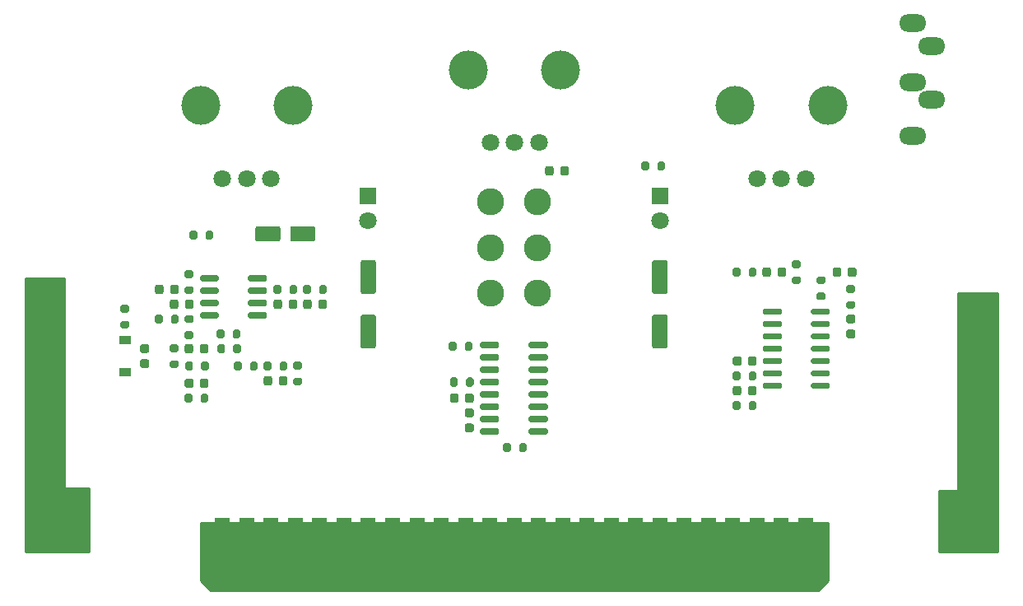
<source format=gbr>
%TF.GenerationSoftware,KiCad,Pcbnew,(5.1.7)-1*%
%TF.CreationDate,2020-11-19T18:07:40-06:00*%
%TF.ProjectId,ConsolePedalPhase,436f6e73-6f6c-4655-9065-64616c506861,rev?*%
%TF.SameCoordinates,Original*%
%TF.FileFunction,Soldermask,Top*%
%TF.FilePolarity,Negative*%
%FSLAX46Y46*%
G04 Gerber Fmt 4.6, Leading zero omitted, Abs format (unit mm)*
G04 Created by KiCad (PCBNEW (5.1.7)-1) date 2020-11-19 18:07:40*
%MOMM*%
%LPD*%
G01*
G04 APERTURE LIST*
%ADD10C,1.800000*%
%ADD11R,1.800000X1.800000*%
%ADD12R,1.500000X7.000000*%
%ADD13R,1.200000X0.900000*%
%ADD14C,4.000000*%
%ADD15C,2.781300*%
%ADD16O,2.800000X1.800000*%
%ADD17C,5.000000*%
%ADD18C,0.254000*%
%ADD19C,0.100000*%
G04 APERTURE END LIST*
%TO.C,R1*%
G36*
G01*
X92435000Y-102279000D02*
X92985000Y-102279000D01*
G75*
G02*
X93185000Y-102479000I0J-200000D01*
G01*
X93185000Y-102879000D01*
G75*
G02*
X92985000Y-103079000I-200000J0D01*
G01*
X92435000Y-103079000D01*
G75*
G02*
X92235000Y-102879000I0J200000D01*
G01*
X92235000Y-102479000D01*
G75*
G02*
X92435000Y-102279000I200000J0D01*
G01*
G37*
G36*
G01*
X92435000Y-100629000D02*
X92985000Y-100629000D01*
G75*
G02*
X93185000Y-100829000I0J-200000D01*
G01*
X93185000Y-101229000D01*
G75*
G02*
X92985000Y-101429000I-200000J0D01*
G01*
X92435000Y-101429000D01*
G75*
G02*
X92235000Y-101229000I0J200000D01*
G01*
X92235000Y-100829000D01*
G75*
G02*
X92435000Y-100629000I200000J0D01*
G01*
G37*
%TD*%
D10*
%TO.C,D2*%
X147750000Y-91948000D03*
D11*
X147750000Y-89408000D03*
%TD*%
%TO.C,R3*%
G36*
G01*
X145841000Y-86635000D02*
X145841000Y-86085000D01*
G75*
G02*
X146041000Y-85885000I200000J0D01*
G01*
X146441000Y-85885000D01*
G75*
G02*
X146641000Y-86085000I0J-200000D01*
G01*
X146641000Y-86635000D01*
G75*
G02*
X146441000Y-86835000I-200000J0D01*
G01*
X146041000Y-86835000D01*
G75*
G02*
X145841000Y-86635000I0J200000D01*
G01*
G37*
G36*
G01*
X147491000Y-86635000D02*
X147491000Y-86085000D01*
G75*
G02*
X147691000Y-85885000I200000J0D01*
G01*
X148091000Y-85885000D01*
G75*
G02*
X148291000Y-86085000I0J-200000D01*
G01*
X148291000Y-86635000D01*
G75*
G02*
X148091000Y-86835000I-200000J0D01*
G01*
X147691000Y-86835000D01*
G75*
G02*
X147491000Y-86635000I0J200000D01*
G01*
G37*
%TD*%
%TO.C,C1*%
G36*
G01*
X99777000Y-100334000D02*
X99777000Y-100834000D01*
G75*
G02*
X99552000Y-101059000I-225000J0D01*
G01*
X99102000Y-101059000D01*
G75*
G02*
X98877000Y-100834000I0J225000D01*
G01*
X98877000Y-100334000D01*
G75*
G02*
X99102000Y-100109000I225000J0D01*
G01*
X99552000Y-100109000D01*
G75*
G02*
X99777000Y-100334000I0J-225000D01*
G01*
G37*
G36*
G01*
X98227000Y-100334000D02*
X98227000Y-100834000D01*
G75*
G02*
X98002000Y-101059000I-225000J0D01*
G01*
X97552000Y-101059000D01*
G75*
G02*
X97327000Y-100834000I0J225000D01*
G01*
X97327000Y-100334000D01*
G75*
G02*
X97552000Y-100109000I225000J0D01*
G01*
X98002000Y-100109000D01*
G75*
G02*
X98227000Y-100334000I0J-225000D01*
G01*
G37*
%TD*%
%TO.C,D1*%
X117750000Y-89408000D03*
D10*
X117750000Y-91948000D03*
%TD*%
D12*
%TO.C,J1*%
X102750000Y-126000000D03*
X105250000Y-126000000D03*
X107750000Y-126000000D03*
X110250000Y-126000000D03*
X112750000Y-126000000D03*
X115250000Y-126000000D03*
X117750000Y-126000000D03*
X120250000Y-126000000D03*
X122750000Y-126000000D03*
X125250000Y-126000000D03*
X127750000Y-126000000D03*
X130250000Y-126000000D03*
X132750000Y-126000000D03*
X135250000Y-126000000D03*
X137750000Y-126000000D03*
X140250000Y-126000000D03*
X142750000Y-126000000D03*
X145250000Y-126000000D03*
X147750000Y-126000000D03*
X150250000Y-126000000D03*
X152750000Y-126000000D03*
X155250000Y-126000000D03*
X157750000Y-126000000D03*
X160250000Y-126000000D03*
X162750000Y-126000000D03*
%TD*%
%TO.C,C2*%
G36*
G01*
X135935000Y-87118000D02*
X135935000Y-86618000D01*
G75*
G02*
X136160000Y-86393000I225000J0D01*
G01*
X136610000Y-86393000D01*
G75*
G02*
X136835000Y-86618000I0J-225000D01*
G01*
X136835000Y-87118000D01*
G75*
G02*
X136610000Y-87343000I-225000J0D01*
G01*
X136160000Y-87343000D01*
G75*
G02*
X135935000Y-87118000I0J225000D01*
G01*
G37*
G36*
G01*
X137485000Y-87118000D02*
X137485000Y-86618000D01*
G75*
G02*
X137710000Y-86393000I225000J0D01*
G01*
X138160000Y-86393000D01*
G75*
G02*
X138385000Y-86618000I0J-225000D01*
G01*
X138385000Y-87118000D01*
G75*
G02*
X138160000Y-87343000I-225000J0D01*
G01*
X137710000Y-87343000D01*
G75*
G02*
X137485000Y-87118000I0J225000D01*
G01*
G37*
%TD*%
%TO.C,C3*%
G36*
G01*
X127056000Y-109986000D02*
X127056000Y-110486000D01*
G75*
G02*
X126831000Y-110711000I-225000J0D01*
G01*
X126381000Y-110711000D01*
G75*
G02*
X126156000Y-110486000I0J225000D01*
G01*
X126156000Y-109986000D01*
G75*
G02*
X126381000Y-109761000I225000J0D01*
G01*
X126831000Y-109761000D01*
G75*
G02*
X127056000Y-109986000I0J-225000D01*
G01*
G37*
G36*
G01*
X128606000Y-109986000D02*
X128606000Y-110486000D01*
G75*
G02*
X128381000Y-110711000I-225000J0D01*
G01*
X127931000Y-110711000D01*
G75*
G02*
X127706000Y-110486000I0J225000D01*
G01*
X127706000Y-109986000D01*
G75*
G02*
X127931000Y-109761000I225000J0D01*
G01*
X128381000Y-109761000D01*
G75*
G02*
X128606000Y-109986000I0J-225000D01*
G01*
G37*
%TD*%
%TO.C,C4*%
G36*
G01*
X95803000Y-99310000D02*
X95803000Y-98810000D01*
G75*
G02*
X96028000Y-98585000I225000J0D01*
G01*
X96478000Y-98585000D01*
G75*
G02*
X96703000Y-98810000I0J-225000D01*
G01*
X96703000Y-99310000D01*
G75*
G02*
X96478000Y-99535000I-225000J0D01*
G01*
X96028000Y-99535000D01*
G75*
G02*
X95803000Y-99310000I0J225000D01*
G01*
G37*
G36*
G01*
X97353000Y-99310000D02*
X97353000Y-98810000D01*
G75*
G02*
X97578000Y-98585000I225000J0D01*
G01*
X98028000Y-98585000D01*
G75*
G02*
X98253000Y-98810000I0J-225000D01*
G01*
X98253000Y-99310000D01*
G75*
G02*
X98028000Y-99535000I-225000J0D01*
G01*
X97578000Y-99535000D01*
G75*
G02*
X97353000Y-99310000I0J225000D01*
G01*
G37*
%TD*%
%TO.C,C6*%
G36*
G01*
X94492000Y-104693000D02*
X94992000Y-104693000D01*
G75*
G02*
X95217000Y-104918000I0J-225000D01*
G01*
X95217000Y-105368000D01*
G75*
G02*
X94992000Y-105593000I-225000J0D01*
G01*
X94492000Y-105593000D01*
G75*
G02*
X94267000Y-105368000I0J225000D01*
G01*
X94267000Y-104918000D01*
G75*
G02*
X94492000Y-104693000I225000J0D01*
G01*
G37*
G36*
G01*
X94492000Y-106243000D02*
X94992000Y-106243000D01*
G75*
G02*
X95217000Y-106468000I0J-225000D01*
G01*
X95217000Y-106918000D01*
G75*
G02*
X94992000Y-107143000I-225000J0D01*
G01*
X94492000Y-107143000D01*
G75*
G02*
X94267000Y-106918000I0J225000D01*
G01*
X94267000Y-106468000D01*
G75*
G02*
X94492000Y-106243000I225000J0D01*
G01*
G37*
%TD*%
%TO.C,C7*%
G36*
G01*
X100401000Y-105406000D02*
X100401000Y-104906000D01*
G75*
G02*
X100626000Y-104681000I225000J0D01*
G01*
X101076000Y-104681000D01*
G75*
G02*
X101301000Y-104906000I0J-225000D01*
G01*
X101301000Y-105406000D01*
G75*
G02*
X101076000Y-105631000I-225000J0D01*
G01*
X100626000Y-105631000D01*
G75*
G02*
X100401000Y-105406000I0J225000D01*
G01*
G37*
G36*
G01*
X98851000Y-105406000D02*
X98851000Y-104906000D01*
G75*
G02*
X99076000Y-104681000I225000J0D01*
G01*
X99526000Y-104681000D01*
G75*
G02*
X99751000Y-104906000I0J-225000D01*
G01*
X99751000Y-105406000D01*
G75*
G02*
X99526000Y-105631000I-225000J0D01*
G01*
X99076000Y-105631000D01*
G75*
G02*
X98851000Y-105406000I0J225000D01*
G01*
G37*
%TD*%
%TO.C,C8*%
G36*
G01*
X106979000Y-108708000D02*
X106979000Y-108208000D01*
G75*
G02*
X107204000Y-107983000I225000J0D01*
G01*
X107654000Y-107983000D01*
G75*
G02*
X107879000Y-108208000I0J-225000D01*
G01*
X107879000Y-108708000D01*
G75*
G02*
X107654000Y-108933000I-225000J0D01*
G01*
X107204000Y-108933000D01*
G75*
G02*
X106979000Y-108708000I0J225000D01*
G01*
G37*
G36*
G01*
X108529000Y-108708000D02*
X108529000Y-108208000D01*
G75*
G02*
X108754000Y-107983000I225000J0D01*
G01*
X109204000Y-107983000D01*
G75*
G02*
X109429000Y-108208000I0J-225000D01*
G01*
X109429000Y-108708000D01*
G75*
G02*
X109204000Y-108933000I-225000J0D01*
G01*
X108754000Y-108933000D01*
G75*
G02*
X108529000Y-108708000I0J225000D01*
G01*
G37*
%TD*%
%TO.C,C9*%
G36*
G01*
X100414000Y-108962000D02*
X100414000Y-108462000D01*
G75*
G02*
X100639000Y-108237000I225000J0D01*
G01*
X101089000Y-108237000D01*
G75*
G02*
X101314000Y-108462000I0J-225000D01*
G01*
X101314000Y-108962000D01*
G75*
G02*
X101089000Y-109187000I-225000J0D01*
G01*
X100639000Y-109187000D01*
G75*
G02*
X100414000Y-108962000I0J225000D01*
G01*
G37*
G36*
G01*
X98864000Y-108962000D02*
X98864000Y-108462000D01*
G75*
G02*
X99089000Y-108237000I225000J0D01*
G01*
X99539000Y-108237000D01*
G75*
G02*
X99764000Y-108462000I0J-225000D01*
G01*
X99764000Y-108962000D01*
G75*
G02*
X99539000Y-109187000I-225000J0D01*
G01*
X99089000Y-109187000D01*
G75*
G02*
X98864000Y-108962000I0J225000D01*
G01*
G37*
%TD*%
%TO.C,C12*%
G36*
G01*
X155239000Y-109724000D02*
X155239000Y-109224000D01*
G75*
G02*
X155464000Y-108999000I225000J0D01*
G01*
X155914000Y-108999000D01*
G75*
G02*
X156139000Y-109224000I0J-225000D01*
G01*
X156139000Y-109724000D01*
G75*
G02*
X155914000Y-109949000I-225000J0D01*
G01*
X155464000Y-109949000D01*
G75*
G02*
X155239000Y-109724000I0J225000D01*
G01*
G37*
G36*
G01*
X156789000Y-109724000D02*
X156789000Y-109224000D01*
G75*
G02*
X157014000Y-108999000I225000J0D01*
G01*
X157464000Y-108999000D01*
G75*
G02*
X157689000Y-109224000I0J-225000D01*
G01*
X157689000Y-109724000D01*
G75*
G02*
X157464000Y-109949000I-225000J0D01*
G01*
X157014000Y-109949000D01*
G75*
G02*
X156789000Y-109724000I0J225000D01*
G01*
G37*
%TD*%
%TO.C,C13*%
G36*
G01*
X156152000Y-106176000D02*
X156152000Y-106676000D01*
G75*
G02*
X155927000Y-106901000I-225000J0D01*
G01*
X155477000Y-106901000D01*
G75*
G02*
X155252000Y-106676000I0J225000D01*
G01*
X155252000Y-106176000D01*
G75*
G02*
X155477000Y-105951000I225000J0D01*
G01*
X155927000Y-105951000D01*
G75*
G02*
X156152000Y-106176000I0J-225000D01*
G01*
G37*
G36*
G01*
X157702000Y-106176000D02*
X157702000Y-106676000D01*
G75*
G02*
X157477000Y-106901000I-225000J0D01*
G01*
X157027000Y-106901000D01*
G75*
G02*
X156802000Y-106676000I0J225000D01*
G01*
X156802000Y-106176000D01*
G75*
G02*
X157027000Y-105951000I225000J0D01*
G01*
X157477000Y-105951000D01*
G75*
G02*
X157702000Y-106176000I0J-225000D01*
G01*
G37*
%TD*%
%TO.C,C14*%
G36*
G01*
X158287000Y-97532000D02*
X158287000Y-97032000D01*
G75*
G02*
X158512000Y-96807000I225000J0D01*
G01*
X158962000Y-96807000D01*
G75*
G02*
X159187000Y-97032000I0J-225000D01*
G01*
X159187000Y-97532000D01*
G75*
G02*
X158962000Y-97757000I-225000J0D01*
G01*
X158512000Y-97757000D01*
G75*
G02*
X158287000Y-97532000I0J225000D01*
G01*
G37*
G36*
G01*
X159837000Y-97532000D02*
X159837000Y-97032000D01*
G75*
G02*
X160062000Y-96807000I225000J0D01*
G01*
X160512000Y-96807000D01*
G75*
G02*
X160737000Y-97032000I0J-225000D01*
G01*
X160737000Y-97532000D01*
G75*
G02*
X160512000Y-97757000I-225000J0D01*
G01*
X160062000Y-97757000D01*
G75*
G02*
X159837000Y-97532000I0J225000D01*
G01*
G37*
%TD*%
%TO.C,C15*%
G36*
G01*
X107995000Y-100834000D02*
X107995000Y-100334000D01*
G75*
G02*
X108220000Y-100109000I225000J0D01*
G01*
X108670000Y-100109000D01*
G75*
G02*
X108895000Y-100334000I0J-225000D01*
G01*
X108895000Y-100834000D01*
G75*
G02*
X108670000Y-101059000I-225000J0D01*
G01*
X108220000Y-101059000D01*
G75*
G02*
X107995000Y-100834000I0J225000D01*
G01*
G37*
G36*
G01*
X109545000Y-100834000D02*
X109545000Y-100334000D01*
G75*
G02*
X109770000Y-100109000I225000J0D01*
G01*
X110220000Y-100109000D01*
G75*
G02*
X110445000Y-100334000I0J-225000D01*
G01*
X110445000Y-100834000D01*
G75*
G02*
X110220000Y-101059000I-225000J0D01*
G01*
X109770000Y-101059000D01*
G75*
G02*
X109545000Y-100834000I0J225000D01*
G01*
G37*
%TD*%
%TO.C,C16*%
G36*
G01*
X111043000Y-100834000D02*
X111043000Y-100334000D01*
G75*
G02*
X111268000Y-100109000I225000J0D01*
G01*
X111718000Y-100109000D01*
G75*
G02*
X111943000Y-100334000I0J-225000D01*
G01*
X111943000Y-100834000D01*
G75*
G02*
X111718000Y-101059000I-225000J0D01*
G01*
X111268000Y-101059000D01*
G75*
G02*
X111043000Y-100834000I0J225000D01*
G01*
G37*
G36*
G01*
X112593000Y-100834000D02*
X112593000Y-100334000D01*
G75*
G02*
X112818000Y-100109000I225000J0D01*
G01*
X113268000Y-100109000D01*
G75*
G02*
X113493000Y-100334000I0J-225000D01*
G01*
X113493000Y-100834000D01*
G75*
G02*
X113268000Y-101059000I-225000J0D01*
G01*
X112818000Y-101059000D01*
G75*
G02*
X112593000Y-100834000I0J225000D01*
G01*
G37*
%TD*%
%TO.C,C17*%
G36*
G01*
X166426000Y-97032000D02*
X166426000Y-97532000D01*
G75*
G02*
X166201000Y-97757000I-225000J0D01*
G01*
X165751000Y-97757000D01*
G75*
G02*
X165526000Y-97532000I0J225000D01*
G01*
X165526000Y-97032000D01*
G75*
G02*
X165751000Y-96807000I225000J0D01*
G01*
X166201000Y-96807000D01*
G75*
G02*
X166426000Y-97032000I0J-225000D01*
G01*
G37*
G36*
G01*
X167976000Y-97032000D02*
X167976000Y-97532000D01*
G75*
G02*
X167751000Y-97757000I-225000J0D01*
G01*
X167301000Y-97757000D01*
G75*
G02*
X167076000Y-97532000I0J225000D01*
G01*
X167076000Y-97032000D01*
G75*
G02*
X167301000Y-96807000I225000J0D01*
G01*
X167751000Y-96807000D01*
G75*
G02*
X167976000Y-97032000I0J-225000D01*
G01*
G37*
%TD*%
%TO.C,C18*%
G36*
G01*
X128393000Y-112197000D02*
X127893000Y-112197000D01*
G75*
G02*
X127668000Y-111972000I0J225000D01*
G01*
X127668000Y-111522000D01*
G75*
G02*
X127893000Y-111297000I225000J0D01*
G01*
X128393000Y-111297000D01*
G75*
G02*
X128618000Y-111522000I0J-225000D01*
G01*
X128618000Y-111972000D01*
G75*
G02*
X128393000Y-112197000I-225000J0D01*
G01*
G37*
G36*
G01*
X128393000Y-113747000D02*
X127893000Y-113747000D01*
G75*
G02*
X127668000Y-113522000I0J225000D01*
G01*
X127668000Y-113072000D01*
G75*
G02*
X127893000Y-112847000I225000J0D01*
G01*
X128393000Y-112847000D01*
G75*
G02*
X128618000Y-113072000I0J-225000D01*
G01*
X128618000Y-113522000D01*
G75*
G02*
X128393000Y-113747000I-225000J0D01*
G01*
G37*
%TD*%
%TO.C,C19*%
G36*
G01*
X167636000Y-102545000D02*
X167136000Y-102545000D01*
G75*
G02*
X166911000Y-102320000I0J225000D01*
G01*
X166911000Y-101870000D01*
G75*
G02*
X167136000Y-101645000I225000J0D01*
G01*
X167636000Y-101645000D01*
G75*
G02*
X167861000Y-101870000I0J-225000D01*
G01*
X167861000Y-102320000D01*
G75*
G02*
X167636000Y-102545000I-225000J0D01*
G01*
G37*
G36*
G01*
X167636000Y-104095000D02*
X167136000Y-104095000D01*
G75*
G02*
X166911000Y-103870000I0J225000D01*
G01*
X166911000Y-103420000D01*
G75*
G02*
X167136000Y-103195000I225000J0D01*
G01*
X167636000Y-103195000D01*
G75*
G02*
X167861000Y-103420000I0J-225000D01*
G01*
X167861000Y-103870000D01*
G75*
G02*
X167636000Y-104095000I-225000J0D01*
G01*
G37*
%TD*%
D13*
%TO.C,D3*%
X92710000Y-107568000D03*
X92710000Y-104268000D03*
%TD*%
%TO.C,R2*%
G36*
G01*
X99039000Y-101708000D02*
X99589000Y-101708000D01*
G75*
G02*
X99789000Y-101908000I0J-200000D01*
G01*
X99789000Y-102308000D01*
G75*
G02*
X99589000Y-102508000I-200000J0D01*
G01*
X99039000Y-102508000D01*
G75*
G02*
X98839000Y-102308000I0J200000D01*
G01*
X98839000Y-101908000D01*
G75*
G02*
X99039000Y-101708000I200000J0D01*
G01*
G37*
G36*
G01*
X99039000Y-103358000D02*
X99589000Y-103358000D01*
G75*
G02*
X99789000Y-103558000I0J-200000D01*
G01*
X99789000Y-103958000D01*
G75*
G02*
X99589000Y-104158000I-200000J0D01*
G01*
X99039000Y-104158000D01*
G75*
G02*
X98839000Y-103958000I0J200000D01*
G01*
X98839000Y-103558000D01*
G75*
G02*
X99039000Y-103358000I200000J0D01*
G01*
G37*
%TD*%
%TO.C,R4*%
G36*
G01*
X127806000Y-108860000D02*
X127806000Y-108310000D01*
G75*
G02*
X128006000Y-108110000I200000J0D01*
G01*
X128406000Y-108110000D01*
G75*
G02*
X128606000Y-108310000I0J-200000D01*
G01*
X128606000Y-108860000D01*
G75*
G02*
X128406000Y-109060000I-200000J0D01*
G01*
X128006000Y-109060000D01*
G75*
G02*
X127806000Y-108860000I0J200000D01*
G01*
G37*
G36*
G01*
X126156000Y-108860000D02*
X126156000Y-108310000D01*
G75*
G02*
X126356000Y-108110000I200000J0D01*
G01*
X126756000Y-108110000D01*
G75*
G02*
X126956000Y-108310000I0J-200000D01*
G01*
X126956000Y-108860000D01*
G75*
G02*
X126756000Y-109060000I-200000J0D01*
G01*
X126356000Y-109060000D01*
G75*
G02*
X126156000Y-108860000I0J200000D01*
G01*
G37*
%TD*%
%TO.C,R5*%
G36*
G01*
X127679000Y-105177000D02*
X127679000Y-104627000D01*
G75*
G02*
X127879000Y-104427000I200000J0D01*
G01*
X128279000Y-104427000D01*
G75*
G02*
X128479000Y-104627000I0J-200000D01*
G01*
X128479000Y-105177000D01*
G75*
G02*
X128279000Y-105377000I-200000J0D01*
G01*
X127879000Y-105377000D01*
G75*
G02*
X127679000Y-105177000I0J200000D01*
G01*
G37*
G36*
G01*
X126029000Y-105177000D02*
X126029000Y-104627000D01*
G75*
G02*
X126229000Y-104427000I200000J0D01*
G01*
X126629000Y-104427000D01*
G75*
G02*
X126829000Y-104627000I0J-200000D01*
G01*
X126829000Y-105177000D01*
G75*
G02*
X126629000Y-105377000I-200000J0D01*
G01*
X126229000Y-105377000D01*
G75*
G02*
X126029000Y-105177000I0J200000D01*
G01*
G37*
%TD*%
%TO.C,R6*%
G36*
G01*
X104731000Y-106659000D02*
X104731000Y-107209000D01*
G75*
G02*
X104531000Y-107409000I-200000J0D01*
G01*
X104131000Y-107409000D01*
G75*
G02*
X103931000Y-107209000I0J200000D01*
G01*
X103931000Y-106659000D01*
G75*
G02*
X104131000Y-106459000I200000J0D01*
G01*
X104531000Y-106459000D01*
G75*
G02*
X104731000Y-106659000I0J-200000D01*
G01*
G37*
G36*
G01*
X106381000Y-106659000D02*
X106381000Y-107209000D01*
G75*
G02*
X106181000Y-107409000I-200000J0D01*
G01*
X105781000Y-107409000D01*
G75*
G02*
X105581000Y-107209000I0J200000D01*
G01*
X105581000Y-106659000D01*
G75*
G02*
X105781000Y-106459000I200000J0D01*
G01*
X106181000Y-106459000D01*
G75*
G02*
X106381000Y-106659000I0J-200000D01*
G01*
G37*
%TD*%
%TO.C,R7*%
G36*
G01*
X98914000Y-107209000D02*
X98914000Y-106659000D01*
G75*
G02*
X99114000Y-106459000I200000J0D01*
G01*
X99514000Y-106459000D01*
G75*
G02*
X99714000Y-106659000I0J-200000D01*
G01*
X99714000Y-107209000D01*
G75*
G02*
X99514000Y-107409000I-200000J0D01*
G01*
X99114000Y-107409000D01*
G75*
G02*
X98914000Y-107209000I0J200000D01*
G01*
G37*
G36*
G01*
X100564000Y-107209000D02*
X100564000Y-106659000D01*
G75*
G02*
X100764000Y-106459000I200000J0D01*
G01*
X101164000Y-106459000D01*
G75*
G02*
X101364000Y-106659000I0J-200000D01*
G01*
X101364000Y-107209000D01*
G75*
G02*
X101164000Y-107409000I-200000J0D01*
G01*
X100764000Y-107409000D01*
G75*
G02*
X100564000Y-107209000I0J200000D01*
G01*
G37*
%TD*%
%TO.C,R8*%
G36*
G01*
X102153000Y-103907000D02*
X102153000Y-103357000D01*
G75*
G02*
X102353000Y-103157000I200000J0D01*
G01*
X102753000Y-103157000D01*
G75*
G02*
X102953000Y-103357000I0J-200000D01*
G01*
X102953000Y-103907000D01*
G75*
G02*
X102753000Y-104107000I-200000J0D01*
G01*
X102353000Y-104107000D01*
G75*
G02*
X102153000Y-103907000I0J200000D01*
G01*
G37*
G36*
G01*
X103803000Y-103907000D02*
X103803000Y-103357000D01*
G75*
G02*
X104003000Y-103157000I200000J0D01*
G01*
X104403000Y-103157000D01*
G75*
G02*
X104603000Y-103357000I0J-200000D01*
G01*
X104603000Y-103907000D01*
G75*
G02*
X104403000Y-104107000I-200000J0D01*
G01*
X104003000Y-104107000D01*
G75*
G02*
X103803000Y-103907000I0J200000D01*
G01*
G37*
%TD*%
%TO.C,R9*%
G36*
G01*
X102216000Y-105431000D02*
X102216000Y-104881000D01*
G75*
G02*
X102416000Y-104681000I200000J0D01*
G01*
X102816000Y-104681000D01*
G75*
G02*
X103016000Y-104881000I0J-200000D01*
G01*
X103016000Y-105431000D01*
G75*
G02*
X102816000Y-105631000I-200000J0D01*
G01*
X102416000Y-105631000D01*
G75*
G02*
X102216000Y-105431000I0J200000D01*
G01*
G37*
G36*
G01*
X103866000Y-105431000D02*
X103866000Y-104881000D01*
G75*
G02*
X104066000Y-104681000I200000J0D01*
G01*
X104466000Y-104681000D01*
G75*
G02*
X104666000Y-104881000I0J-200000D01*
G01*
X104666000Y-105431000D01*
G75*
G02*
X104466000Y-105631000I-200000J0D01*
G01*
X104066000Y-105631000D01*
G75*
G02*
X103866000Y-105431000I0J200000D01*
G01*
G37*
%TD*%
%TO.C,R10*%
G36*
G01*
X108629000Y-107209000D02*
X108629000Y-106659000D01*
G75*
G02*
X108829000Y-106459000I200000J0D01*
G01*
X109229000Y-106459000D01*
G75*
G02*
X109429000Y-106659000I0J-200000D01*
G01*
X109429000Y-107209000D01*
G75*
G02*
X109229000Y-107409000I-200000J0D01*
G01*
X108829000Y-107409000D01*
G75*
G02*
X108629000Y-107209000I0J200000D01*
G01*
G37*
G36*
G01*
X106979000Y-107209000D02*
X106979000Y-106659000D01*
G75*
G02*
X107179000Y-106459000I200000J0D01*
G01*
X107579000Y-106459000D01*
G75*
G02*
X107779000Y-106659000I0J-200000D01*
G01*
X107779000Y-107209000D01*
G75*
G02*
X107579000Y-107409000I-200000J0D01*
G01*
X107179000Y-107409000D01*
G75*
G02*
X106979000Y-107209000I0J200000D01*
G01*
G37*
%TD*%
%TO.C,R11*%
G36*
G01*
X98065000Y-105493000D02*
X97515000Y-105493000D01*
G75*
G02*
X97315000Y-105293000I0J200000D01*
G01*
X97315000Y-104893000D01*
G75*
G02*
X97515000Y-104693000I200000J0D01*
G01*
X98065000Y-104693000D01*
G75*
G02*
X98265000Y-104893000I0J-200000D01*
G01*
X98265000Y-105293000D01*
G75*
G02*
X98065000Y-105493000I-200000J0D01*
G01*
G37*
G36*
G01*
X98065000Y-107143000D02*
X97515000Y-107143000D01*
G75*
G02*
X97315000Y-106943000I0J200000D01*
G01*
X97315000Y-106543000D01*
G75*
G02*
X97515000Y-106343000I200000J0D01*
G01*
X98065000Y-106343000D01*
G75*
G02*
X98265000Y-106543000I0J-200000D01*
G01*
X98265000Y-106943000D01*
G75*
G02*
X98065000Y-107143000I-200000J0D01*
G01*
G37*
%TD*%
%TO.C,R12*%
G36*
G01*
X96603000Y-101833000D02*
X96603000Y-102383000D01*
G75*
G02*
X96403000Y-102583000I-200000J0D01*
G01*
X96003000Y-102583000D01*
G75*
G02*
X95803000Y-102383000I0J200000D01*
G01*
X95803000Y-101833000D01*
G75*
G02*
X96003000Y-101633000I200000J0D01*
G01*
X96403000Y-101633000D01*
G75*
G02*
X96603000Y-101833000I0J-200000D01*
G01*
G37*
G36*
G01*
X98253000Y-101833000D02*
X98253000Y-102383000D01*
G75*
G02*
X98053000Y-102583000I-200000J0D01*
G01*
X97653000Y-102583000D01*
G75*
G02*
X97453000Y-102383000I0J200000D01*
G01*
X97453000Y-101833000D01*
G75*
G02*
X97653000Y-101633000I200000J0D01*
G01*
X98053000Y-101633000D01*
G75*
G02*
X98253000Y-101833000I0J-200000D01*
G01*
G37*
%TD*%
%TO.C,R13*%
G36*
G01*
X110765000Y-108921000D02*
X110215000Y-108921000D01*
G75*
G02*
X110015000Y-108721000I0J200000D01*
G01*
X110015000Y-108321000D01*
G75*
G02*
X110215000Y-108121000I200000J0D01*
G01*
X110765000Y-108121000D01*
G75*
G02*
X110965000Y-108321000I0J-200000D01*
G01*
X110965000Y-108721000D01*
G75*
G02*
X110765000Y-108921000I-200000J0D01*
G01*
G37*
G36*
G01*
X110765000Y-107271000D02*
X110215000Y-107271000D01*
G75*
G02*
X110015000Y-107071000I0J200000D01*
G01*
X110015000Y-106671000D01*
G75*
G02*
X110215000Y-106471000I200000J0D01*
G01*
X110765000Y-106471000D01*
G75*
G02*
X110965000Y-106671000I0J-200000D01*
G01*
X110965000Y-107071000D01*
G75*
G02*
X110765000Y-107271000I-200000J0D01*
G01*
G37*
%TD*%
%TO.C,R14*%
G36*
G01*
X99651000Y-109961000D02*
X99651000Y-110511000D01*
G75*
G02*
X99451000Y-110711000I-200000J0D01*
G01*
X99051000Y-110711000D01*
G75*
G02*
X98851000Y-110511000I0J200000D01*
G01*
X98851000Y-109961000D01*
G75*
G02*
X99051000Y-109761000I200000J0D01*
G01*
X99451000Y-109761000D01*
G75*
G02*
X99651000Y-109961000I0J-200000D01*
G01*
G37*
G36*
G01*
X101301000Y-109961000D02*
X101301000Y-110511000D01*
G75*
G02*
X101101000Y-110711000I-200000J0D01*
G01*
X100701000Y-110711000D01*
G75*
G02*
X100501000Y-110511000I0J200000D01*
G01*
X100501000Y-109961000D01*
G75*
G02*
X100701000Y-109761000I200000J0D01*
G01*
X101101000Y-109761000D01*
G75*
G02*
X101301000Y-109961000I0J-200000D01*
G01*
G37*
%TD*%
%TO.C,R15*%
G36*
G01*
X155239000Y-111273000D02*
X155239000Y-110723000D01*
G75*
G02*
X155439000Y-110523000I200000J0D01*
G01*
X155839000Y-110523000D01*
G75*
G02*
X156039000Y-110723000I0J-200000D01*
G01*
X156039000Y-111273000D01*
G75*
G02*
X155839000Y-111473000I-200000J0D01*
G01*
X155439000Y-111473000D01*
G75*
G02*
X155239000Y-111273000I0J200000D01*
G01*
G37*
G36*
G01*
X156889000Y-111273000D02*
X156889000Y-110723000D01*
G75*
G02*
X157089000Y-110523000I200000J0D01*
G01*
X157489000Y-110523000D01*
G75*
G02*
X157689000Y-110723000I0J-200000D01*
G01*
X157689000Y-111273000D01*
G75*
G02*
X157489000Y-111473000I-200000J0D01*
G01*
X157089000Y-111473000D01*
G75*
G02*
X156889000Y-111273000I0J200000D01*
G01*
G37*
%TD*%
%TO.C,R16*%
G36*
G01*
X157689000Y-107675000D02*
X157689000Y-108225000D01*
G75*
G02*
X157489000Y-108425000I-200000J0D01*
G01*
X157089000Y-108425000D01*
G75*
G02*
X156889000Y-108225000I0J200000D01*
G01*
X156889000Y-107675000D01*
G75*
G02*
X157089000Y-107475000I200000J0D01*
G01*
X157489000Y-107475000D01*
G75*
G02*
X157689000Y-107675000I0J-200000D01*
G01*
G37*
G36*
G01*
X156039000Y-107675000D02*
X156039000Y-108225000D01*
G75*
G02*
X155839000Y-108425000I-200000J0D01*
G01*
X155439000Y-108425000D01*
G75*
G02*
X155239000Y-108225000I0J200000D01*
G01*
X155239000Y-107675000D01*
G75*
G02*
X155439000Y-107475000I200000J0D01*
G01*
X155839000Y-107475000D01*
G75*
G02*
X156039000Y-107675000I0J-200000D01*
G01*
G37*
%TD*%
%TO.C,R17*%
G36*
G01*
X99039000Y-97073000D02*
X99589000Y-97073000D01*
G75*
G02*
X99789000Y-97273000I0J-200000D01*
G01*
X99789000Y-97673000D01*
G75*
G02*
X99589000Y-97873000I-200000J0D01*
G01*
X99039000Y-97873000D01*
G75*
G02*
X98839000Y-97673000I0J200000D01*
G01*
X98839000Y-97273000D01*
G75*
G02*
X99039000Y-97073000I200000J0D01*
G01*
G37*
G36*
G01*
X99039000Y-98723000D02*
X99589000Y-98723000D01*
G75*
G02*
X99789000Y-98923000I0J-200000D01*
G01*
X99789000Y-99323000D01*
G75*
G02*
X99589000Y-99523000I-200000J0D01*
G01*
X99039000Y-99523000D01*
G75*
G02*
X98839000Y-99323000I0J200000D01*
G01*
X98839000Y-98923000D01*
G75*
G02*
X99039000Y-98723000I200000J0D01*
G01*
G37*
%TD*%
%TO.C,R18*%
G36*
G01*
X101809000Y-93197000D02*
X101809000Y-93747000D01*
G75*
G02*
X101609000Y-93947000I-200000J0D01*
G01*
X101209000Y-93947000D01*
G75*
G02*
X101009000Y-93747000I0J200000D01*
G01*
X101009000Y-93197000D01*
G75*
G02*
X101209000Y-92997000I200000J0D01*
G01*
X101609000Y-92997000D01*
G75*
G02*
X101809000Y-93197000I0J-200000D01*
G01*
G37*
G36*
G01*
X100159000Y-93197000D02*
X100159000Y-93747000D01*
G75*
G02*
X99959000Y-93947000I-200000J0D01*
G01*
X99559000Y-93947000D01*
G75*
G02*
X99359000Y-93747000I0J200000D01*
G01*
X99359000Y-93197000D01*
G75*
G02*
X99559000Y-92997000I200000J0D01*
G01*
X99959000Y-92997000D01*
G75*
G02*
X100159000Y-93197000I0J-200000D01*
G01*
G37*
%TD*%
%TO.C,R19*%
G36*
G01*
X161523000Y-96057000D02*
X162073000Y-96057000D01*
G75*
G02*
X162273000Y-96257000I0J-200000D01*
G01*
X162273000Y-96657000D01*
G75*
G02*
X162073000Y-96857000I-200000J0D01*
G01*
X161523000Y-96857000D01*
G75*
G02*
X161323000Y-96657000I0J200000D01*
G01*
X161323000Y-96257000D01*
G75*
G02*
X161523000Y-96057000I200000J0D01*
G01*
G37*
G36*
G01*
X161523000Y-97707000D02*
X162073000Y-97707000D01*
G75*
G02*
X162273000Y-97907000I0J-200000D01*
G01*
X162273000Y-98307000D01*
G75*
G02*
X162073000Y-98507000I-200000J0D01*
G01*
X161523000Y-98507000D01*
G75*
G02*
X161323000Y-98307000I0J200000D01*
G01*
X161323000Y-97907000D01*
G75*
G02*
X161523000Y-97707000I200000J0D01*
G01*
G37*
%TD*%
%TO.C,R20*%
G36*
G01*
X109645000Y-99335000D02*
X109645000Y-98785000D01*
G75*
G02*
X109845000Y-98585000I200000J0D01*
G01*
X110245000Y-98585000D01*
G75*
G02*
X110445000Y-98785000I0J-200000D01*
G01*
X110445000Y-99335000D01*
G75*
G02*
X110245000Y-99535000I-200000J0D01*
G01*
X109845000Y-99535000D01*
G75*
G02*
X109645000Y-99335000I0J200000D01*
G01*
G37*
G36*
G01*
X107995000Y-99335000D02*
X107995000Y-98785000D01*
G75*
G02*
X108195000Y-98585000I200000J0D01*
G01*
X108595000Y-98585000D01*
G75*
G02*
X108795000Y-98785000I0J-200000D01*
G01*
X108795000Y-99335000D01*
G75*
G02*
X108595000Y-99535000I-200000J0D01*
G01*
X108195000Y-99535000D01*
G75*
G02*
X107995000Y-99335000I0J200000D01*
G01*
G37*
%TD*%
%TO.C,R21*%
G36*
G01*
X155239000Y-97557000D02*
X155239000Y-97007000D01*
G75*
G02*
X155439000Y-96807000I200000J0D01*
G01*
X155839000Y-96807000D01*
G75*
G02*
X156039000Y-97007000I0J-200000D01*
G01*
X156039000Y-97557000D01*
G75*
G02*
X155839000Y-97757000I-200000J0D01*
G01*
X155439000Y-97757000D01*
G75*
G02*
X155239000Y-97557000I0J200000D01*
G01*
G37*
G36*
G01*
X156889000Y-97557000D02*
X156889000Y-97007000D01*
G75*
G02*
X157089000Y-96807000I200000J0D01*
G01*
X157489000Y-96807000D01*
G75*
G02*
X157689000Y-97007000I0J-200000D01*
G01*
X157689000Y-97557000D01*
G75*
G02*
X157489000Y-97757000I-200000J0D01*
G01*
X157089000Y-97757000D01*
G75*
G02*
X156889000Y-97557000I0J200000D01*
G01*
G37*
%TD*%
%TO.C,R22*%
G36*
G01*
X164063000Y-99358000D02*
X164613000Y-99358000D01*
G75*
G02*
X164813000Y-99558000I0J-200000D01*
G01*
X164813000Y-99958000D01*
G75*
G02*
X164613000Y-100158000I-200000J0D01*
G01*
X164063000Y-100158000D01*
G75*
G02*
X163863000Y-99958000I0J200000D01*
G01*
X163863000Y-99558000D01*
G75*
G02*
X164063000Y-99358000I200000J0D01*
G01*
G37*
G36*
G01*
X164063000Y-97708000D02*
X164613000Y-97708000D01*
G75*
G02*
X164813000Y-97908000I0J-200000D01*
G01*
X164813000Y-98308000D01*
G75*
G02*
X164613000Y-98508000I-200000J0D01*
G01*
X164063000Y-98508000D01*
G75*
G02*
X163863000Y-98308000I0J200000D01*
G01*
X163863000Y-97908000D01*
G75*
G02*
X164063000Y-97708000I200000J0D01*
G01*
G37*
%TD*%
%TO.C,R23*%
G36*
G01*
X113493000Y-98785000D02*
X113493000Y-99335000D01*
G75*
G02*
X113293000Y-99535000I-200000J0D01*
G01*
X112893000Y-99535000D01*
G75*
G02*
X112693000Y-99335000I0J200000D01*
G01*
X112693000Y-98785000D01*
G75*
G02*
X112893000Y-98585000I200000J0D01*
G01*
X113293000Y-98585000D01*
G75*
G02*
X113493000Y-98785000I0J-200000D01*
G01*
G37*
G36*
G01*
X111843000Y-98785000D02*
X111843000Y-99335000D01*
G75*
G02*
X111643000Y-99535000I-200000J0D01*
G01*
X111243000Y-99535000D01*
G75*
G02*
X111043000Y-99335000I0J200000D01*
G01*
X111043000Y-98785000D01*
G75*
G02*
X111243000Y-98585000I200000J0D01*
G01*
X111643000Y-98585000D01*
G75*
G02*
X111843000Y-98785000I0J-200000D01*
G01*
G37*
%TD*%
%TO.C,R24*%
G36*
G01*
X133267000Y-115591000D02*
X133267000Y-115041000D01*
G75*
G02*
X133467000Y-114841000I200000J0D01*
G01*
X133867000Y-114841000D01*
G75*
G02*
X134067000Y-115041000I0J-200000D01*
G01*
X134067000Y-115591000D01*
G75*
G02*
X133867000Y-115791000I-200000J0D01*
G01*
X133467000Y-115791000D01*
G75*
G02*
X133267000Y-115591000I0J200000D01*
G01*
G37*
G36*
G01*
X131617000Y-115591000D02*
X131617000Y-115041000D01*
G75*
G02*
X131817000Y-114841000I200000J0D01*
G01*
X132217000Y-114841000D01*
G75*
G02*
X132417000Y-115041000I0J-200000D01*
G01*
X132417000Y-115591000D01*
G75*
G02*
X132217000Y-115791000I-200000J0D01*
G01*
X131817000Y-115791000D01*
G75*
G02*
X131617000Y-115591000I0J200000D01*
G01*
G37*
%TD*%
%TO.C,R25*%
G36*
G01*
X167661000Y-99397000D02*
X167111000Y-99397000D01*
G75*
G02*
X166911000Y-99197000I0J200000D01*
G01*
X166911000Y-98797000D01*
G75*
G02*
X167111000Y-98597000I200000J0D01*
G01*
X167661000Y-98597000D01*
G75*
G02*
X167861000Y-98797000I0J-200000D01*
G01*
X167861000Y-99197000D01*
G75*
G02*
X167661000Y-99397000I-200000J0D01*
G01*
G37*
G36*
G01*
X167661000Y-101047000D02*
X167111000Y-101047000D01*
G75*
G02*
X166911000Y-100847000I0J200000D01*
G01*
X166911000Y-100447000D01*
G75*
G02*
X167111000Y-100247000I200000J0D01*
G01*
X167661000Y-100247000D01*
G75*
G02*
X167861000Y-100447000I0J-200000D01*
G01*
X167861000Y-100847000D01*
G75*
G02*
X167661000Y-101047000I-200000J0D01*
G01*
G37*
%TD*%
D10*
%TO.C,RV1*%
X130290000Y-83954000D03*
X132790000Y-83954000D03*
X135290000Y-83954000D03*
D14*
X128040000Y-76454000D03*
X137540000Y-76454000D03*
%TD*%
D10*
%TO.C,RV2*%
X102750000Y-87630000D03*
X105250000Y-87630000D03*
X107750000Y-87630000D03*
D14*
X100500000Y-80130000D03*
X110000000Y-80130000D03*
%TD*%
%TO.C,RV3*%
X165000000Y-80130000D03*
X155500000Y-80130000D03*
D10*
X162750000Y-87630000D03*
X160250000Y-87630000D03*
X157750000Y-87630000D03*
%TD*%
D15*
%TO.C,SW1*%
X135163000Y-94742000D03*
X130337000Y-94742000D03*
X135163000Y-99441000D03*
X135163000Y-90043000D03*
X130337000Y-99441000D03*
X130337000Y-90043000D03*
%TD*%
%TO.C,U1*%
G36*
G01*
X100436000Y-98067000D02*
X100436000Y-97767000D01*
G75*
G02*
X100586000Y-97617000I150000J0D01*
G01*
X102236000Y-97617000D01*
G75*
G02*
X102386000Y-97767000I0J-150000D01*
G01*
X102386000Y-98067000D01*
G75*
G02*
X102236000Y-98217000I-150000J0D01*
G01*
X100586000Y-98217000D01*
G75*
G02*
X100436000Y-98067000I0J150000D01*
G01*
G37*
G36*
G01*
X100436000Y-99337000D02*
X100436000Y-99037000D01*
G75*
G02*
X100586000Y-98887000I150000J0D01*
G01*
X102236000Y-98887000D01*
G75*
G02*
X102386000Y-99037000I0J-150000D01*
G01*
X102386000Y-99337000D01*
G75*
G02*
X102236000Y-99487000I-150000J0D01*
G01*
X100586000Y-99487000D01*
G75*
G02*
X100436000Y-99337000I0J150000D01*
G01*
G37*
G36*
G01*
X100436000Y-100607000D02*
X100436000Y-100307000D01*
G75*
G02*
X100586000Y-100157000I150000J0D01*
G01*
X102236000Y-100157000D01*
G75*
G02*
X102386000Y-100307000I0J-150000D01*
G01*
X102386000Y-100607000D01*
G75*
G02*
X102236000Y-100757000I-150000J0D01*
G01*
X100586000Y-100757000D01*
G75*
G02*
X100436000Y-100607000I0J150000D01*
G01*
G37*
G36*
G01*
X100436000Y-101877000D02*
X100436000Y-101577000D01*
G75*
G02*
X100586000Y-101427000I150000J0D01*
G01*
X102236000Y-101427000D01*
G75*
G02*
X102386000Y-101577000I0J-150000D01*
G01*
X102386000Y-101877000D01*
G75*
G02*
X102236000Y-102027000I-150000J0D01*
G01*
X100586000Y-102027000D01*
G75*
G02*
X100436000Y-101877000I0J150000D01*
G01*
G37*
G36*
G01*
X105386000Y-101877000D02*
X105386000Y-101577000D01*
G75*
G02*
X105536000Y-101427000I150000J0D01*
G01*
X107186000Y-101427000D01*
G75*
G02*
X107336000Y-101577000I0J-150000D01*
G01*
X107336000Y-101877000D01*
G75*
G02*
X107186000Y-102027000I-150000J0D01*
G01*
X105536000Y-102027000D01*
G75*
G02*
X105386000Y-101877000I0J150000D01*
G01*
G37*
G36*
G01*
X105386000Y-100607000D02*
X105386000Y-100307000D01*
G75*
G02*
X105536000Y-100157000I150000J0D01*
G01*
X107186000Y-100157000D01*
G75*
G02*
X107336000Y-100307000I0J-150000D01*
G01*
X107336000Y-100607000D01*
G75*
G02*
X107186000Y-100757000I-150000J0D01*
G01*
X105536000Y-100757000D01*
G75*
G02*
X105386000Y-100607000I0J150000D01*
G01*
G37*
G36*
G01*
X105386000Y-99337000D02*
X105386000Y-99037000D01*
G75*
G02*
X105536000Y-98887000I150000J0D01*
G01*
X107186000Y-98887000D01*
G75*
G02*
X107336000Y-99037000I0J-150000D01*
G01*
X107336000Y-99337000D01*
G75*
G02*
X107186000Y-99487000I-150000J0D01*
G01*
X105536000Y-99487000D01*
G75*
G02*
X105386000Y-99337000I0J150000D01*
G01*
G37*
G36*
G01*
X105386000Y-98067000D02*
X105386000Y-97767000D01*
G75*
G02*
X105536000Y-97617000I150000J0D01*
G01*
X107186000Y-97617000D01*
G75*
G02*
X107336000Y-97767000I0J-150000D01*
G01*
X107336000Y-98067000D01*
G75*
G02*
X107186000Y-98217000I-150000J0D01*
G01*
X105536000Y-98217000D01*
G75*
G02*
X105386000Y-98067000I0J150000D01*
G01*
G37*
%TD*%
%TO.C,U2*%
G36*
G01*
X158348000Y-101496000D02*
X158348000Y-101196000D01*
G75*
G02*
X158498000Y-101046000I150000J0D01*
G01*
X160148000Y-101046000D01*
G75*
G02*
X160298000Y-101196000I0J-150000D01*
G01*
X160298000Y-101496000D01*
G75*
G02*
X160148000Y-101646000I-150000J0D01*
G01*
X158498000Y-101646000D01*
G75*
G02*
X158348000Y-101496000I0J150000D01*
G01*
G37*
G36*
G01*
X158348000Y-102766000D02*
X158348000Y-102466000D01*
G75*
G02*
X158498000Y-102316000I150000J0D01*
G01*
X160148000Y-102316000D01*
G75*
G02*
X160298000Y-102466000I0J-150000D01*
G01*
X160298000Y-102766000D01*
G75*
G02*
X160148000Y-102916000I-150000J0D01*
G01*
X158498000Y-102916000D01*
G75*
G02*
X158348000Y-102766000I0J150000D01*
G01*
G37*
G36*
G01*
X158348000Y-104036000D02*
X158348000Y-103736000D01*
G75*
G02*
X158498000Y-103586000I150000J0D01*
G01*
X160148000Y-103586000D01*
G75*
G02*
X160298000Y-103736000I0J-150000D01*
G01*
X160298000Y-104036000D01*
G75*
G02*
X160148000Y-104186000I-150000J0D01*
G01*
X158498000Y-104186000D01*
G75*
G02*
X158348000Y-104036000I0J150000D01*
G01*
G37*
G36*
G01*
X158348000Y-105306000D02*
X158348000Y-105006000D01*
G75*
G02*
X158498000Y-104856000I150000J0D01*
G01*
X160148000Y-104856000D01*
G75*
G02*
X160298000Y-105006000I0J-150000D01*
G01*
X160298000Y-105306000D01*
G75*
G02*
X160148000Y-105456000I-150000J0D01*
G01*
X158498000Y-105456000D01*
G75*
G02*
X158348000Y-105306000I0J150000D01*
G01*
G37*
G36*
G01*
X158348000Y-106576000D02*
X158348000Y-106276000D01*
G75*
G02*
X158498000Y-106126000I150000J0D01*
G01*
X160148000Y-106126000D01*
G75*
G02*
X160298000Y-106276000I0J-150000D01*
G01*
X160298000Y-106576000D01*
G75*
G02*
X160148000Y-106726000I-150000J0D01*
G01*
X158498000Y-106726000D01*
G75*
G02*
X158348000Y-106576000I0J150000D01*
G01*
G37*
G36*
G01*
X158348000Y-107846000D02*
X158348000Y-107546000D01*
G75*
G02*
X158498000Y-107396000I150000J0D01*
G01*
X160148000Y-107396000D01*
G75*
G02*
X160298000Y-107546000I0J-150000D01*
G01*
X160298000Y-107846000D01*
G75*
G02*
X160148000Y-107996000I-150000J0D01*
G01*
X158498000Y-107996000D01*
G75*
G02*
X158348000Y-107846000I0J150000D01*
G01*
G37*
G36*
G01*
X158348000Y-109116000D02*
X158348000Y-108816000D01*
G75*
G02*
X158498000Y-108666000I150000J0D01*
G01*
X160148000Y-108666000D01*
G75*
G02*
X160298000Y-108816000I0J-150000D01*
G01*
X160298000Y-109116000D01*
G75*
G02*
X160148000Y-109266000I-150000J0D01*
G01*
X158498000Y-109266000D01*
G75*
G02*
X158348000Y-109116000I0J150000D01*
G01*
G37*
G36*
G01*
X163298000Y-109116000D02*
X163298000Y-108816000D01*
G75*
G02*
X163448000Y-108666000I150000J0D01*
G01*
X165098000Y-108666000D01*
G75*
G02*
X165248000Y-108816000I0J-150000D01*
G01*
X165248000Y-109116000D01*
G75*
G02*
X165098000Y-109266000I-150000J0D01*
G01*
X163448000Y-109266000D01*
G75*
G02*
X163298000Y-109116000I0J150000D01*
G01*
G37*
G36*
G01*
X163298000Y-107846000D02*
X163298000Y-107546000D01*
G75*
G02*
X163448000Y-107396000I150000J0D01*
G01*
X165098000Y-107396000D01*
G75*
G02*
X165248000Y-107546000I0J-150000D01*
G01*
X165248000Y-107846000D01*
G75*
G02*
X165098000Y-107996000I-150000J0D01*
G01*
X163448000Y-107996000D01*
G75*
G02*
X163298000Y-107846000I0J150000D01*
G01*
G37*
G36*
G01*
X163298000Y-106576000D02*
X163298000Y-106276000D01*
G75*
G02*
X163448000Y-106126000I150000J0D01*
G01*
X165098000Y-106126000D01*
G75*
G02*
X165248000Y-106276000I0J-150000D01*
G01*
X165248000Y-106576000D01*
G75*
G02*
X165098000Y-106726000I-150000J0D01*
G01*
X163448000Y-106726000D01*
G75*
G02*
X163298000Y-106576000I0J150000D01*
G01*
G37*
G36*
G01*
X163298000Y-105306000D02*
X163298000Y-105006000D01*
G75*
G02*
X163448000Y-104856000I150000J0D01*
G01*
X165098000Y-104856000D01*
G75*
G02*
X165248000Y-105006000I0J-150000D01*
G01*
X165248000Y-105306000D01*
G75*
G02*
X165098000Y-105456000I-150000J0D01*
G01*
X163448000Y-105456000D01*
G75*
G02*
X163298000Y-105306000I0J150000D01*
G01*
G37*
G36*
G01*
X163298000Y-104036000D02*
X163298000Y-103736000D01*
G75*
G02*
X163448000Y-103586000I150000J0D01*
G01*
X165098000Y-103586000D01*
G75*
G02*
X165248000Y-103736000I0J-150000D01*
G01*
X165248000Y-104036000D01*
G75*
G02*
X165098000Y-104186000I-150000J0D01*
G01*
X163448000Y-104186000D01*
G75*
G02*
X163298000Y-104036000I0J150000D01*
G01*
G37*
G36*
G01*
X163298000Y-102766000D02*
X163298000Y-102466000D01*
G75*
G02*
X163448000Y-102316000I150000J0D01*
G01*
X165098000Y-102316000D01*
G75*
G02*
X165248000Y-102466000I0J-150000D01*
G01*
X165248000Y-102766000D01*
G75*
G02*
X165098000Y-102916000I-150000J0D01*
G01*
X163448000Y-102916000D01*
G75*
G02*
X163298000Y-102766000I0J150000D01*
G01*
G37*
G36*
G01*
X163298000Y-101496000D02*
X163298000Y-101196000D01*
G75*
G02*
X163448000Y-101046000I150000J0D01*
G01*
X165098000Y-101046000D01*
G75*
G02*
X165248000Y-101196000I0J-150000D01*
G01*
X165248000Y-101496000D01*
G75*
G02*
X165098000Y-101646000I-150000J0D01*
G01*
X163448000Y-101646000D01*
G75*
G02*
X163298000Y-101496000I0J150000D01*
G01*
G37*
%TD*%
%TO.C,U3*%
G36*
G01*
X129215000Y-104925000D02*
X129215000Y-104625000D01*
G75*
G02*
X129365000Y-104475000I150000J0D01*
G01*
X131065000Y-104475000D01*
G75*
G02*
X131215000Y-104625000I0J-150000D01*
G01*
X131215000Y-104925000D01*
G75*
G02*
X131065000Y-105075000I-150000J0D01*
G01*
X129365000Y-105075000D01*
G75*
G02*
X129215000Y-104925000I0J150000D01*
G01*
G37*
G36*
G01*
X129215000Y-106195000D02*
X129215000Y-105895000D01*
G75*
G02*
X129365000Y-105745000I150000J0D01*
G01*
X131065000Y-105745000D01*
G75*
G02*
X131215000Y-105895000I0J-150000D01*
G01*
X131215000Y-106195000D01*
G75*
G02*
X131065000Y-106345000I-150000J0D01*
G01*
X129365000Y-106345000D01*
G75*
G02*
X129215000Y-106195000I0J150000D01*
G01*
G37*
G36*
G01*
X129215000Y-107465000D02*
X129215000Y-107165000D01*
G75*
G02*
X129365000Y-107015000I150000J0D01*
G01*
X131065000Y-107015000D01*
G75*
G02*
X131215000Y-107165000I0J-150000D01*
G01*
X131215000Y-107465000D01*
G75*
G02*
X131065000Y-107615000I-150000J0D01*
G01*
X129365000Y-107615000D01*
G75*
G02*
X129215000Y-107465000I0J150000D01*
G01*
G37*
G36*
G01*
X129215000Y-108735000D02*
X129215000Y-108435000D01*
G75*
G02*
X129365000Y-108285000I150000J0D01*
G01*
X131065000Y-108285000D01*
G75*
G02*
X131215000Y-108435000I0J-150000D01*
G01*
X131215000Y-108735000D01*
G75*
G02*
X131065000Y-108885000I-150000J0D01*
G01*
X129365000Y-108885000D01*
G75*
G02*
X129215000Y-108735000I0J150000D01*
G01*
G37*
G36*
G01*
X129215000Y-110005000D02*
X129215000Y-109705000D01*
G75*
G02*
X129365000Y-109555000I150000J0D01*
G01*
X131065000Y-109555000D01*
G75*
G02*
X131215000Y-109705000I0J-150000D01*
G01*
X131215000Y-110005000D01*
G75*
G02*
X131065000Y-110155000I-150000J0D01*
G01*
X129365000Y-110155000D01*
G75*
G02*
X129215000Y-110005000I0J150000D01*
G01*
G37*
G36*
G01*
X129215000Y-111275000D02*
X129215000Y-110975000D01*
G75*
G02*
X129365000Y-110825000I150000J0D01*
G01*
X131065000Y-110825000D01*
G75*
G02*
X131215000Y-110975000I0J-150000D01*
G01*
X131215000Y-111275000D01*
G75*
G02*
X131065000Y-111425000I-150000J0D01*
G01*
X129365000Y-111425000D01*
G75*
G02*
X129215000Y-111275000I0J150000D01*
G01*
G37*
G36*
G01*
X129215000Y-112545000D02*
X129215000Y-112245000D01*
G75*
G02*
X129365000Y-112095000I150000J0D01*
G01*
X131065000Y-112095000D01*
G75*
G02*
X131215000Y-112245000I0J-150000D01*
G01*
X131215000Y-112545000D01*
G75*
G02*
X131065000Y-112695000I-150000J0D01*
G01*
X129365000Y-112695000D01*
G75*
G02*
X129215000Y-112545000I0J150000D01*
G01*
G37*
G36*
G01*
X129215000Y-113815000D02*
X129215000Y-113515000D01*
G75*
G02*
X129365000Y-113365000I150000J0D01*
G01*
X131065000Y-113365000D01*
G75*
G02*
X131215000Y-113515000I0J-150000D01*
G01*
X131215000Y-113815000D01*
G75*
G02*
X131065000Y-113965000I-150000J0D01*
G01*
X129365000Y-113965000D01*
G75*
G02*
X129215000Y-113815000I0J150000D01*
G01*
G37*
G36*
G01*
X134215000Y-113815000D02*
X134215000Y-113515000D01*
G75*
G02*
X134365000Y-113365000I150000J0D01*
G01*
X136065000Y-113365000D01*
G75*
G02*
X136215000Y-113515000I0J-150000D01*
G01*
X136215000Y-113815000D01*
G75*
G02*
X136065000Y-113965000I-150000J0D01*
G01*
X134365000Y-113965000D01*
G75*
G02*
X134215000Y-113815000I0J150000D01*
G01*
G37*
G36*
G01*
X134215000Y-112545000D02*
X134215000Y-112245000D01*
G75*
G02*
X134365000Y-112095000I150000J0D01*
G01*
X136065000Y-112095000D01*
G75*
G02*
X136215000Y-112245000I0J-150000D01*
G01*
X136215000Y-112545000D01*
G75*
G02*
X136065000Y-112695000I-150000J0D01*
G01*
X134365000Y-112695000D01*
G75*
G02*
X134215000Y-112545000I0J150000D01*
G01*
G37*
G36*
G01*
X134215000Y-111275000D02*
X134215000Y-110975000D01*
G75*
G02*
X134365000Y-110825000I150000J0D01*
G01*
X136065000Y-110825000D01*
G75*
G02*
X136215000Y-110975000I0J-150000D01*
G01*
X136215000Y-111275000D01*
G75*
G02*
X136065000Y-111425000I-150000J0D01*
G01*
X134365000Y-111425000D01*
G75*
G02*
X134215000Y-111275000I0J150000D01*
G01*
G37*
G36*
G01*
X134215000Y-110005000D02*
X134215000Y-109705000D01*
G75*
G02*
X134365000Y-109555000I150000J0D01*
G01*
X136065000Y-109555000D01*
G75*
G02*
X136215000Y-109705000I0J-150000D01*
G01*
X136215000Y-110005000D01*
G75*
G02*
X136065000Y-110155000I-150000J0D01*
G01*
X134365000Y-110155000D01*
G75*
G02*
X134215000Y-110005000I0J150000D01*
G01*
G37*
G36*
G01*
X134215000Y-108735000D02*
X134215000Y-108435000D01*
G75*
G02*
X134365000Y-108285000I150000J0D01*
G01*
X136065000Y-108285000D01*
G75*
G02*
X136215000Y-108435000I0J-150000D01*
G01*
X136215000Y-108735000D01*
G75*
G02*
X136065000Y-108885000I-150000J0D01*
G01*
X134365000Y-108885000D01*
G75*
G02*
X134215000Y-108735000I0J150000D01*
G01*
G37*
G36*
G01*
X134215000Y-107465000D02*
X134215000Y-107165000D01*
G75*
G02*
X134365000Y-107015000I150000J0D01*
G01*
X136065000Y-107015000D01*
G75*
G02*
X136215000Y-107165000I0J-150000D01*
G01*
X136215000Y-107465000D01*
G75*
G02*
X136065000Y-107615000I-150000J0D01*
G01*
X134365000Y-107615000D01*
G75*
G02*
X134215000Y-107465000I0J150000D01*
G01*
G37*
G36*
G01*
X134215000Y-106195000D02*
X134215000Y-105895000D01*
G75*
G02*
X134365000Y-105745000I150000J0D01*
G01*
X136065000Y-105745000D01*
G75*
G02*
X136215000Y-105895000I0J-150000D01*
G01*
X136215000Y-106195000D01*
G75*
G02*
X136065000Y-106345000I-150000J0D01*
G01*
X134365000Y-106345000D01*
G75*
G02*
X134215000Y-106195000I0J150000D01*
G01*
G37*
G36*
G01*
X134215000Y-104925000D02*
X134215000Y-104625000D01*
G75*
G02*
X134365000Y-104475000I150000J0D01*
G01*
X136065000Y-104475000D01*
G75*
G02*
X136215000Y-104625000I0J-150000D01*
G01*
X136215000Y-104925000D01*
G75*
G02*
X136065000Y-105075000I-150000J0D01*
G01*
X134365000Y-105075000D01*
G75*
G02*
X134215000Y-104925000I0J150000D01*
G01*
G37*
%TD*%
D16*
%TO.C,J2*%
X173736000Y-71628000D03*
X175736000Y-74028000D03*
X175736000Y-79528000D03*
X173736000Y-83228000D03*
X173736000Y-77728000D03*
%TD*%
D17*
%TO.C,H1*%
X85350000Y-122600000D03*
%TD*%
%TO.C,H2*%
X180150000Y-122600000D03*
%TD*%
%TO.C,C5*%
G36*
G01*
X147200000Y-96034000D02*
X148300000Y-96034000D01*
G75*
G02*
X148550000Y-96284000I0J-250000D01*
G01*
X148550000Y-99284000D01*
G75*
G02*
X148300000Y-99534000I-250000J0D01*
G01*
X147200000Y-99534000D01*
G75*
G02*
X146950000Y-99284000I0J250000D01*
G01*
X146950000Y-96284000D01*
G75*
G02*
X147200000Y-96034000I250000J0D01*
G01*
G37*
G36*
G01*
X147200000Y-101634000D02*
X148300000Y-101634000D01*
G75*
G02*
X148550000Y-101884000I0J-250000D01*
G01*
X148550000Y-104884000D01*
G75*
G02*
X148300000Y-105134000I-250000J0D01*
G01*
X147200000Y-105134000D01*
G75*
G02*
X146950000Y-104884000I0J250000D01*
G01*
X146950000Y-101884000D01*
G75*
G02*
X147200000Y-101634000I250000J0D01*
G01*
G37*
%TD*%
%TO.C,C10*%
G36*
G01*
X117200000Y-101634000D02*
X118300000Y-101634000D01*
G75*
G02*
X118550000Y-101884000I0J-250000D01*
G01*
X118550000Y-104884000D01*
G75*
G02*
X118300000Y-105134000I-250000J0D01*
G01*
X117200000Y-105134000D01*
G75*
G02*
X116950000Y-104884000I0J250000D01*
G01*
X116950000Y-101884000D01*
G75*
G02*
X117200000Y-101634000I250000J0D01*
G01*
G37*
G36*
G01*
X117200000Y-96034000D02*
X118300000Y-96034000D01*
G75*
G02*
X118550000Y-96284000I0J-250000D01*
G01*
X118550000Y-99284000D01*
G75*
G02*
X118300000Y-99534000I-250000J0D01*
G01*
X117200000Y-99534000D01*
G75*
G02*
X116950000Y-99284000I0J250000D01*
G01*
X116950000Y-96284000D01*
G75*
G02*
X117200000Y-96034000I250000J0D01*
G01*
G37*
%TD*%
%TO.C,C11*%
G36*
G01*
X112320000Y-92795000D02*
X112320000Y-93895000D01*
G75*
G02*
X112070000Y-94145000I-250000J0D01*
G01*
X109970000Y-94145000D01*
G75*
G02*
X109720000Y-93895000I0J250000D01*
G01*
X109720000Y-92795000D01*
G75*
G02*
X109970000Y-92545000I250000J0D01*
G01*
X112070000Y-92545000D01*
G75*
G02*
X112320000Y-92795000I0J-250000D01*
G01*
G37*
G36*
G01*
X108720000Y-92795000D02*
X108720000Y-93895000D01*
G75*
G02*
X108470000Y-94145000I-250000J0D01*
G01*
X106370000Y-94145000D01*
G75*
G02*
X106120000Y-93895000I0J250000D01*
G01*
X106120000Y-92795000D01*
G75*
G02*
X106370000Y-92545000I250000J0D01*
G01*
X108470000Y-92545000D01*
G75*
G02*
X108720000Y-92795000I0J-250000D01*
G01*
G37*
%TD*%
D18*
X165000000Y-129000000D02*
X164000000Y-130000000D01*
X101500000Y-130000000D01*
X100500000Y-129000000D01*
X100500000Y-123063000D01*
X165000000Y-123063000D01*
X165000000Y-129000000D01*
D19*
G36*
X165000000Y-129000000D02*
G01*
X164000000Y-130000000D01*
X101500000Y-130000000D01*
X100500000Y-129000000D01*
X100500000Y-123063000D01*
X165000000Y-123063000D01*
X165000000Y-129000000D01*
G37*
D18*
X86487000Y-119380000D02*
X86489440Y-119404776D01*
X86496667Y-119428601D01*
X86508403Y-119450557D01*
X86524197Y-119469803D01*
X86543443Y-119485597D01*
X86565399Y-119497333D01*
X86589224Y-119504560D01*
X86614000Y-119507000D01*
X89000000Y-119507000D01*
X89000000Y-126000000D01*
X82500000Y-126000000D01*
X82500000Y-97917000D01*
X86487000Y-97917000D01*
X86487000Y-119380000D01*
D19*
G36*
X86487000Y-119380000D02*
G01*
X86489440Y-119404776D01*
X86496667Y-119428601D01*
X86508403Y-119450557D01*
X86524197Y-119469803D01*
X86543443Y-119485597D01*
X86565399Y-119497333D01*
X86589224Y-119504560D01*
X86614000Y-119507000D01*
X89000000Y-119507000D01*
X89000000Y-126000000D01*
X82500000Y-126000000D01*
X82500000Y-97917000D01*
X86487000Y-97917000D01*
X86487000Y-119380000D01*
G37*
D18*
X182499000Y-126000000D02*
X176500000Y-126000000D01*
X176500000Y-119761000D01*
X178308000Y-119761000D01*
X178332776Y-119758560D01*
X178356601Y-119751333D01*
X178378557Y-119739597D01*
X178397803Y-119723803D01*
X178413597Y-119704557D01*
X178425333Y-119682601D01*
X178432560Y-119658776D01*
X178435000Y-119634000D01*
X178435000Y-99441000D01*
X182499000Y-99441000D01*
X182499000Y-126000000D01*
D19*
G36*
X182499000Y-126000000D02*
G01*
X176500000Y-126000000D01*
X176500000Y-119761000D01*
X178308000Y-119761000D01*
X178332776Y-119758560D01*
X178356601Y-119751333D01*
X178378557Y-119739597D01*
X178397803Y-119723803D01*
X178413597Y-119704557D01*
X178425333Y-119682601D01*
X178432560Y-119658776D01*
X178435000Y-119634000D01*
X178435000Y-99441000D01*
X182499000Y-99441000D01*
X182499000Y-126000000D01*
G37*
M02*

</source>
